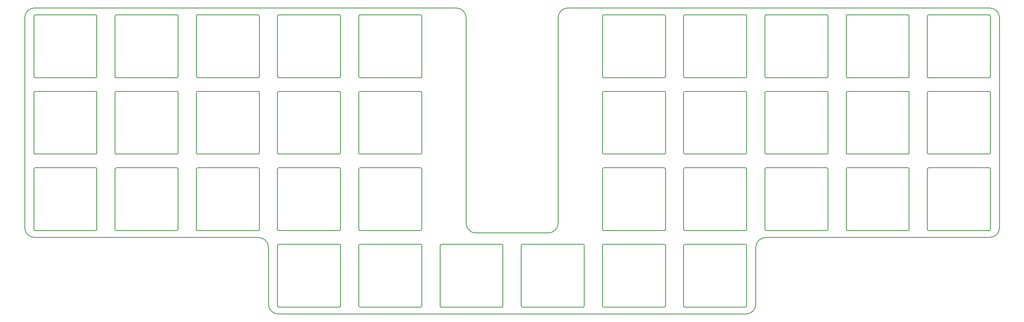
<source format=gbr>
%TF.GenerationSoftware,KiCad,Pcbnew,7.0.1*%
%TF.CreationDate,2023-03-24T14:03:17-04:00*%
%TF.ProjectId,kurp,6b757270-2e6b-4696-9361-645f70636258,v1.0.0*%
%TF.SameCoordinates,Original*%
%TF.FileFunction,Profile,NP*%
%FSLAX46Y46*%
G04 Gerber Fmt 4.6, Leading zero omitted, Abs format (unit mm)*
G04 Created by KiCad (PCBNEW 7.0.1) date 2023-03-24 14:03:17*
%MOMM*%
%LPD*%
G01*
G04 APERTURE LIST*
%TA.AperFunction,Profile*%
%ADD10C,0.150000*%
%TD*%
G04 APERTURE END LIST*
D10*
X9000000Y-6300000D02*
X9000000Y40300000D01*
X11200000Y42500000D02*
X104600000Y42500000D01*
X129400000Y42500000D02*
X222800000Y42500000D01*
X225000000Y40300000D02*
X225000000Y-6300000D01*
X222800000Y-8500000D02*
X173200000Y-8500000D01*
X171000000Y-10700000D02*
X171000000Y-23300000D01*
X168800000Y-25500000D02*
X65200000Y-25500000D01*
X63000000Y-23300000D02*
X63000000Y-10700000D01*
X60800000Y-8500000D02*
X11200000Y-8500000D01*
X106800000Y-5300000D02*
X106800000Y40300000D01*
X127200000Y40300000D02*
X127200000Y-5300000D01*
X125000000Y-7500000D02*
X109000000Y-7500000D01*
X11200000Y42500000D02*
G75*
G03*
X9000000Y40300000I0J-2200000D01*
G01*
X106800000Y40300000D02*
G75*
G03*
X104600000Y42500000I-2200000J0D01*
G01*
X106800000Y-5300000D02*
G75*
G03*
X109000000Y-7500000I2200000J0D01*
G01*
X125000000Y-7500000D02*
G75*
G03*
X127200000Y-5300000I0J2200000D01*
G01*
X129400000Y42500000D02*
G75*
G03*
X127200000Y40300000I0J-2200000D01*
G01*
X225000000Y40300000D02*
G75*
G03*
X222800000Y42500000I-2200000J0D01*
G01*
X222800000Y-8500000D02*
G75*
G03*
X225000000Y-6300000I0J2200000D01*
G01*
X173200000Y-8500000D02*
G75*
G03*
X171000000Y-10700000I0J-2200000D01*
G01*
X168800000Y-25500000D02*
G75*
G03*
X171000000Y-23300000I0J2200000D01*
G01*
X63000000Y-23300000D02*
G75*
G03*
X65200000Y-25500000I2200000J0D01*
G01*
X63000000Y-10700000D02*
G75*
G03*
X60800000Y-8500000I-2200000J0D01*
G01*
X9000000Y-6300000D02*
G75*
G03*
X11200000Y-8500000I2200000J0D01*
G01*
X11275000Y-6975000D02*
X24725000Y-6975000D01*
X24975000Y-6725000D02*
X24975000Y6725000D01*
X24725000Y6975000D02*
X11275000Y6975000D01*
X11025000Y6725000D02*
X11025000Y-6725000D01*
X11275000Y10025000D02*
X24725000Y10025000D01*
X24975000Y10275000D02*
X24975000Y23725000D01*
X24725000Y23975000D02*
X11275000Y23975000D01*
X11025000Y23725000D02*
X11025000Y10275000D01*
X11275000Y27025000D02*
X24725000Y27025000D01*
X24975000Y27275000D02*
X24975000Y40725000D01*
X24725000Y40975000D02*
X11275000Y40975000D01*
X11025000Y40725000D02*
X11025000Y27275000D01*
X29275000Y-6975000D02*
X42725000Y-6975000D01*
X42975000Y-6725000D02*
X42975000Y6725000D01*
X42725000Y6975000D02*
X29275000Y6975000D01*
X29025000Y6725000D02*
X29025000Y-6725000D01*
X29275000Y10025000D02*
X42725000Y10025000D01*
X42975000Y10275000D02*
X42975000Y23725000D01*
X42725000Y23975000D02*
X29275000Y23975000D01*
X29025000Y23725000D02*
X29025000Y10275000D01*
X29275000Y27025000D02*
X42725000Y27025000D01*
X42975000Y27275000D02*
X42975000Y40725000D01*
X42725000Y40975000D02*
X29275000Y40975000D01*
X29025000Y40725000D02*
X29025000Y27275000D01*
X47275000Y-6975000D02*
X60725000Y-6975000D01*
X60975000Y-6725000D02*
X60975000Y6725000D01*
X60725000Y6975000D02*
X47275000Y6975000D01*
X47025000Y6725000D02*
X47025000Y-6725000D01*
X47275000Y10025000D02*
X60725000Y10025000D01*
X60975000Y10275000D02*
X60975000Y23725000D01*
X60725000Y23975000D02*
X47275000Y23975000D01*
X47025000Y23725000D02*
X47025000Y10275000D01*
X47275000Y27025000D02*
X60725000Y27025000D01*
X60975000Y27275000D02*
X60975000Y40725000D01*
X60725000Y40975000D02*
X47275000Y40975000D01*
X47025000Y40725000D02*
X47025000Y27275000D01*
X65275000Y-6975000D02*
X78725000Y-6975000D01*
X78975000Y-6725000D02*
X78975000Y6725000D01*
X78725000Y6975000D02*
X65275000Y6975000D01*
X65025000Y6725000D02*
X65025000Y-6725000D01*
X65275000Y10025000D02*
X78725000Y10025000D01*
X78975000Y10275000D02*
X78975000Y23725000D01*
X78725000Y23975000D02*
X65275000Y23975000D01*
X65025000Y23725000D02*
X65025000Y10275000D01*
X65275000Y27025000D02*
X78725000Y27025000D01*
X78975000Y27275000D02*
X78975000Y40725000D01*
X78725000Y40975000D02*
X65275000Y40975000D01*
X65025000Y40725000D02*
X65025000Y27275000D01*
X83275000Y-6975000D02*
X96725000Y-6975000D01*
X96975000Y-6725000D02*
X96975000Y6725000D01*
X96725000Y6975000D02*
X83275000Y6975000D01*
X83025000Y6725000D02*
X83025000Y-6725000D01*
X83275000Y10025000D02*
X96725000Y10025000D01*
X96975000Y10275000D02*
X96975000Y23725000D01*
X96725000Y23975000D02*
X83275000Y23975000D01*
X83025000Y23725000D02*
X83025000Y10275000D01*
X83275000Y27025000D02*
X96725000Y27025000D01*
X96975000Y27275000D02*
X96975000Y40725000D01*
X96725000Y40975000D02*
X83275000Y40975000D01*
X83025000Y40725000D02*
X83025000Y27275000D01*
X65275000Y-23975000D02*
X78725000Y-23975000D01*
X78975000Y-23725000D02*
X78975000Y-10275000D01*
X78725000Y-10025000D02*
X65275000Y-10025000D01*
X65025000Y-10275000D02*
X65025000Y-23725000D01*
X83275000Y-23975000D02*
X96725000Y-23975000D01*
X96975000Y-23725000D02*
X96975000Y-10275000D01*
X96725000Y-10025000D02*
X83275000Y-10025000D01*
X83025000Y-10275000D02*
X83025000Y-23725000D01*
X101275000Y-23975000D02*
X114725000Y-23975000D01*
X114975000Y-23725000D02*
X114975000Y-10275000D01*
X114725000Y-10025000D02*
X101275000Y-10025000D01*
X101025000Y-10275000D02*
X101025000Y-23725000D01*
X209275000Y-6975000D02*
X222725000Y-6975000D01*
X222975000Y-6725000D02*
X222975000Y6725000D01*
X222725000Y6975000D02*
X209275000Y6975000D01*
X209025000Y6725000D02*
X209025000Y-6725000D01*
X209275000Y10025000D02*
X222725000Y10025000D01*
X222975000Y10275000D02*
X222975000Y23725000D01*
X222725000Y23975000D02*
X209275000Y23975000D01*
X209025000Y23725000D02*
X209025000Y10275000D01*
X209275000Y27025000D02*
X222725000Y27025000D01*
X222975000Y27275000D02*
X222975000Y40725000D01*
X222725000Y40975000D02*
X209275000Y40975000D01*
X209025000Y40725000D02*
X209025000Y27275000D01*
X191275000Y-6975000D02*
X204725000Y-6975000D01*
X204975000Y-6725000D02*
X204975000Y6725000D01*
X204725000Y6975000D02*
X191275000Y6975000D01*
X191025000Y6725000D02*
X191025000Y-6725000D01*
X191275000Y10025000D02*
X204725000Y10025000D01*
X204975000Y10275000D02*
X204975000Y23725000D01*
X204725000Y23975000D02*
X191275000Y23975000D01*
X191025000Y23725000D02*
X191025000Y10275000D01*
X191275000Y27025000D02*
X204725000Y27025000D01*
X204975000Y27275000D02*
X204975000Y40725000D01*
X204725000Y40975000D02*
X191275000Y40975000D01*
X191025000Y40725000D02*
X191025000Y27275000D01*
X173275000Y-6975000D02*
X186725000Y-6975000D01*
X186975000Y-6725000D02*
X186975000Y6725000D01*
X186725000Y6975000D02*
X173275000Y6975000D01*
X173025000Y6725000D02*
X173025000Y-6725000D01*
X173275000Y10025000D02*
X186725000Y10025000D01*
X186975000Y10275000D02*
X186975000Y23725000D01*
X186725000Y23975000D02*
X173275000Y23975000D01*
X173025000Y23725000D02*
X173025000Y10275000D01*
X173275000Y27025000D02*
X186725000Y27025000D01*
X186975000Y27275000D02*
X186975000Y40725000D01*
X186725000Y40975000D02*
X173275000Y40975000D01*
X173025000Y40725000D02*
X173025000Y27275000D01*
X155275000Y-6975000D02*
X168725000Y-6975000D01*
X168975000Y-6725000D02*
X168975000Y6725000D01*
X168725000Y6975000D02*
X155275000Y6975000D01*
X155025000Y6725000D02*
X155025000Y-6725000D01*
X155275000Y10025000D02*
X168725000Y10025000D01*
X168975000Y10275000D02*
X168975000Y23725000D01*
X168725000Y23975000D02*
X155275000Y23975000D01*
X155025000Y23725000D02*
X155025000Y10275000D01*
X155275000Y27025000D02*
X168725000Y27025000D01*
X168975000Y27275000D02*
X168975000Y40725000D01*
X168725000Y40975000D02*
X155275000Y40975000D01*
X155025000Y40725000D02*
X155025000Y27275000D01*
X137275000Y-6975000D02*
X150725000Y-6975000D01*
X150975000Y-6725000D02*
X150975000Y6725000D01*
X150725000Y6975000D02*
X137275000Y6975000D01*
X137025000Y6725000D02*
X137025000Y-6725000D01*
X137275000Y10025000D02*
X150725000Y10025000D01*
X150975000Y10275000D02*
X150975000Y23725000D01*
X150725000Y23975000D02*
X137275000Y23975000D01*
X137025000Y23725000D02*
X137025000Y10275000D01*
X137275000Y27025000D02*
X150725000Y27025000D01*
X150975000Y27275000D02*
X150975000Y40725000D01*
X150725000Y40975000D02*
X137275000Y40975000D01*
X137025000Y40725000D02*
X137025000Y27275000D01*
X155275000Y-23975000D02*
X168725000Y-23975000D01*
X168975000Y-23725000D02*
X168975000Y-10275000D01*
X168725000Y-10025000D02*
X155275000Y-10025000D01*
X155025000Y-10275000D02*
X155025000Y-23725000D01*
X137275000Y-23975000D02*
X150725000Y-23975000D01*
X150975000Y-23725000D02*
X150975000Y-10275000D01*
X150725000Y-10025000D02*
X137275000Y-10025000D01*
X137025000Y-10275000D02*
X137025000Y-23725000D01*
X119275000Y-23975000D02*
X132725000Y-23975000D01*
X132975000Y-23725000D02*
X132975000Y-10275000D01*
X132725000Y-10025000D02*
X119275000Y-10025000D01*
X119025000Y-10275000D02*
X119025000Y-23725000D01*
X78725000Y-6975000D02*
G75*
G03*
X78975000Y-6725000I0J250000D01*
G01*
X78975000Y6725000D02*
G75*
G03*
X78725000Y6975000I-250000J0D01*
G01*
X65275000Y6975000D02*
G75*
G03*
X65025000Y6725000I0J-250000D01*
G01*
X65025000Y-6725000D02*
G75*
G03*
X65275000Y-6975000I250000J0D01*
G01*
X78725000Y10025000D02*
G75*
G03*
X78975000Y10275000I0J250000D01*
G01*
X78975000Y23725000D02*
G75*
G03*
X78725000Y23975000I-250000J0D01*
G01*
X65275000Y23975000D02*
G75*
G03*
X65025000Y23725000I0J-250000D01*
G01*
X65025000Y10275000D02*
G75*
G03*
X65275000Y10025000I250000J0D01*
G01*
X96725000Y-6975000D02*
G75*
G03*
X96975000Y-6725000I0J250000D01*
G01*
X96975000Y6725000D02*
G75*
G03*
X96725000Y6975000I-250000J0D01*
G01*
X83275000Y6975000D02*
G75*
G03*
X83025000Y6725000I0J-250000D01*
G01*
X83025000Y-6725000D02*
G75*
G03*
X83275000Y-6975000I250000J0D01*
G01*
X96725000Y10025000D02*
G75*
G03*
X96975000Y10275000I0J250000D01*
G01*
X96975000Y23725000D02*
G75*
G03*
X96725000Y23975000I-250000J0D01*
G01*
X83275000Y23975000D02*
G75*
G03*
X83025000Y23725000I0J-250000D01*
G01*
X83025000Y10275000D02*
G75*
G03*
X83275000Y10025000I250000J0D01*
G01*
X78725000Y-23975000D02*
G75*
G03*
X78975000Y-23725000I0J250000D01*
G01*
X78975000Y-10275000D02*
G75*
G03*
X78725000Y-10025000I-250000J0D01*
G01*
X65275000Y-10025000D02*
G75*
G03*
X65025000Y-10275000I0J-250000D01*
G01*
X65025000Y-23725000D02*
G75*
G03*
X65275000Y-23975000I250000J0D01*
G01*
X96725000Y-23975000D02*
G75*
G03*
X96975000Y-23725000I0J250000D01*
G01*
X96975000Y-10275000D02*
G75*
G03*
X96725000Y-10025000I-250000J0D01*
G01*
X83275000Y-10025000D02*
G75*
G03*
X83025000Y-10275000I0J-250000D01*
G01*
X83025000Y-23725000D02*
G75*
G03*
X83275000Y-23975000I250000J0D01*
G01*
X114725000Y-23975000D02*
G75*
G03*
X114975000Y-23725000I0J250000D01*
G01*
X114975000Y-10275000D02*
G75*
G03*
X114725000Y-10025000I-250000J0D01*
G01*
X101275000Y-10025000D02*
G75*
G03*
X101025000Y-10275000I0J-250000D01*
G01*
X101025000Y-23725000D02*
G75*
G03*
X101275000Y-23975000I250000J0D01*
G01*
X24725000Y10025000D02*
G75*
G03*
X24975000Y10275000I0J250000D01*
G01*
X24975000Y23725000D02*
G75*
G03*
X24725000Y23975000I-250000J0D01*
G01*
X11275000Y23975000D02*
G75*
G03*
X11025000Y23725000I0J-250000D01*
G01*
X11025000Y10275000D02*
G75*
G03*
X11275000Y10025000I250000J0D01*
G01*
X24725000Y-6975000D02*
G75*
G03*
X24975000Y-6725000I0J250000D01*
G01*
X24975000Y6725000D02*
G75*
G03*
X24725000Y6975000I-250000J0D01*
G01*
X11275000Y6975000D02*
G75*
G03*
X11025000Y6725000I0J-250000D01*
G01*
X11025000Y-6725000D02*
G75*
G03*
X11275000Y-6975000I250000J0D01*
G01*
X24725000Y27025000D02*
G75*
G03*
X24975000Y27275000I0J250000D01*
G01*
X24975000Y40725000D02*
G75*
G03*
X24725000Y40975000I-250000J0D01*
G01*
X11275000Y40975000D02*
G75*
G03*
X11025000Y40725000I0J-250000D01*
G01*
X11025000Y27275000D02*
G75*
G03*
X11275000Y27025000I250000J0D01*
G01*
X42725000Y-6975000D02*
G75*
G03*
X42975000Y-6725000I0J250000D01*
G01*
X42975000Y6725000D02*
G75*
G03*
X42725000Y6975000I-250000J0D01*
G01*
X29275000Y6975000D02*
G75*
G03*
X29025000Y6725000I0J-250000D01*
G01*
X29025000Y-6725000D02*
G75*
G03*
X29275000Y-6975000I250000J0D01*
G01*
X42725000Y10025000D02*
G75*
G03*
X42975000Y10275000I0J250000D01*
G01*
X42975000Y23725000D02*
G75*
G03*
X42725000Y23975000I-250000J0D01*
G01*
X29275000Y23975000D02*
G75*
G03*
X29025000Y23725000I0J-250000D01*
G01*
X29025000Y10275000D02*
G75*
G03*
X29275000Y10025000I250000J0D01*
G01*
X60725000Y-6975000D02*
G75*
G03*
X60975000Y-6725000I0J250000D01*
G01*
X60975000Y6725000D02*
G75*
G03*
X60725000Y6975000I-250000J0D01*
G01*
X47275000Y6975000D02*
G75*
G03*
X47025000Y6725000I0J-250000D01*
G01*
X47025000Y-6725000D02*
G75*
G03*
X47275000Y-6975000I250000J0D01*
G01*
X60725000Y10025000D02*
G75*
G03*
X60975000Y10275000I0J250000D01*
G01*
X60975000Y23725000D02*
G75*
G03*
X60725000Y23975000I-250000J0D01*
G01*
X47275000Y23975000D02*
G75*
G03*
X47025000Y23725000I0J-250000D01*
G01*
X47025000Y10275000D02*
G75*
G03*
X47275000Y10025000I250000J0D01*
G01*
X78725000Y27025000D02*
G75*
G03*
X78975000Y27275000I0J250000D01*
G01*
X78975000Y40725000D02*
G75*
G03*
X78725000Y40975000I-250000J0D01*
G01*
X65275000Y40975000D02*
G75*
G03*
X65025000Y40725000I0J-250000D01*
G01*
X65025000Y27275000D02*
G75*
G03*
X65275000Y27025000I250000J0D01*
G01*
X96725000Y27025000D02*
G75*
G03*
X96975000Y27275000I0J250000D01*
G01*
X96975000Y40725000D02*
G75*
G03*
X96725000Y40975000I-250000J0D01*
G01*
X83275000Y40975000D02*
G75*
G03*
X83025000Y40725000I0J-250000D01*
G01*
X83025000Y27275000D02*
G75*
G03*
X83275000Y27025000I250000J0D01*
G01*
X42725000Y27025000D02*
G75*
G03*
X42975000Y27275000I0J250000D01*
G01*
X42975000Y40725000D02*
G75*
G03*
X42725000Y40975000I-250000J0D01*
G01*
X29275000Y40975000D02*
G75*
G03*
X29025000Y40725000I0J-250000D01*
G01*
X29025000Y27275000D02*
G75*
G03*
X29275000Y27025000I250000J0D01*
G01*
X60725000Y27025000D02*
G75*
G03*
X60975000Y27275000I0J250000D01*
G01*
X60975000Y40725000D02*
G75*
G03*
X60725000Y40975000I-250000J0D01*
G01*
X47275000Y40975000D02*
G75*
G03*
X47025000Y40725000I0J-250000D01*
G01*
X47025000Y27275000D02*
G75*
G03*
X47275000Y27025000I250000J0D01*
G01*
X222725000Y-6975000D02*
G75*
G03*
X222975000Y-6725000I0J250000D01*
G01*
X222975000Y6725000D02*
G75*
G03*
X222725000Y6975000I-250000J0D01*
G01*
X209275000Y6975000D02*
G75*
G03*
X209025000Y6725000I0J-250000D01*
G01*
X209025000Y-6725000D02*
G75*
G03*
X209275000Y-6975000I250000J0D01*
G01*
X222725000Y10025000D02*
G75*
G03*
X222975000Y10275000I0J250000D01*
G01*
X222975000Y23725000D02*
G75*
G03*
X222725000Y23975000I-250000J0D01*
G01*
X209275000Y23975000D02*
G75*
G03*
X209025000Y23725000I0J-250000D01*
G01*
X209025000Y10275000D02*
G75*
G03*
X209275000Y10025000I250000J0D01*
G01*
X204725000Y-6975000D02*
G75*
G03*
X204975000Y-6725000I0J250000D01*
G01*
X204975000Y6725000D02*
G75*
G03*
X204725000Y6975000I-250000J0D01*
G01*
X191275000Y6975000D02*
G75*
G03*
X191025000Y6725000I0J-250000D01*
G01*
X191025000Y-6725000D02*
G75*
G03*
X191275000Y-6975000I250000J0D01*
G01*
X204725000Y10025000D02*
G75*
G03*
X204975000Y10275000I0J250000D01*
G01*
X204975000Y23725000D02*
G75*
G03*
X204725000Y23975000I-250000J0D01*
G01*
X191275000Y23975000D02*
G75*
G03*
X191025000Y23725000I0J-250000D01*
G01*
X191025000Y10275000D02*
G75*
G03*
X191275000Y10025000I250000J0D01*
G01*
X186725000Y-6975000D02*
G75*
G03*
X186975000Y-6725000I0J250000D01*
G01*
X186975000Y6725000D02*
G75*
G03*
X186725000Y6975000I-250000J0D01*
G01*
X173275000Y6975000D02*
G75*
G03*
X173025000Y6725000I0J-250000D01*
G01*
X173025000Y-6725000D02*
G75*
G03*
X173275000Y-6975000I250000J0D01*
G01*
X186725000Y10025000D02*
G75*
G03*
X186975000Y10275000I0J250000D01*
G01*
X186975000Y23725000D02*
G75*
G03*
X186725000Y23975000I-250000J0D01*
G01*
X173275000Y23975000D02*
G75*
G03*
X173025000Y23725000I0J-250000D01*
G01*
X173025000Y10275000D02*
G75*
G03*
X173275000Y10025000I250000J0D01*
G01*
X168725000Y-6975000D02*
G75*
G03*
X168975000Y-6725000I0J250000D01*
G01*
X168975000Y6725000D02*
G75*
G03*
X168725000Y6975000I-250000J0D01*
G01*
X155275000Y6975000D02*
G75*
G03*
X155025000Y6725000I0J-250000D01*
G01*
X155025000Y-6725000D02*
G75*
G03*
X155275000Y-6975000I250000J0D01*
G01*
X168725000Y10025000D02*
G75*
G03*
X168975000Y10275000I0J250000D01*
G01*
X168975000Y23725000D02*
G75*
G03*
X168725000Y23975000I-250000J0D01*
G01*
X155275000Y23975000D02*
G75*
G03*
X155025000Y23725000I0J-250000D01*
G01*
X155025000Y10275000D02*
G75*
G03*
X155275000Y10025000I250000J0D01*
G01*
X150725000Y-6975000D02*
G75*
G03*
X150975000Y-6725000I0J250000D01*
G01*
X150975000Y6725000D02*
G75*
G03*
X150725000Y6975000I-250000J0D01*
G01*
X137275000Y6975000D02*
G75*
G03*
X137025000Y6725000I0J-250000D01*
G01*
X137025000Y-6725000D02*
G75*
G03*
X137275000Y-6975000I250000J0D01*
G01*
X150725000Y10025000D02*
G75*
G03*
X150975000Y10275000I0J250000D01*
G01*
X150975000Y23725000D02*
G75*
G03*
X150725000Y23975000I-250000J0D01*
G01*
X137275000Y23975000D02*
G75*
G03*
X137025000Y23725000I0J-250000D01*
G01*
X137025000Y10275000D02*
G75*
G03*
X137275000Y10025000I250000J0D01*
G01*
X168725000Y-23975000D02*
G75*
G03*
X168975000Y-23725000I0J250000D01*
G01*
X168975000Y-10275000D02*
G75*
G03*
X168725000Y-10025000I-250000J0D01*
G01*
X155275000Y-10025000D02*
G75*
G03*
X155025000Y-10275000I0J-250000D01*
G01*
X155025000Y-23725000D02*
G75*
G03*
X155275000Y-23975000I250000J0D01*
G01*
X150725000Y-23975000D02*
G75*
G03*
X150975000Y-23725000I0J250000D01*
G01*
X150975000Y-10275000D02*
G75*
G03*
X150725000Y-10025000I-250000J0D01*
G01*
X137275000Y-10025000D02*
G75*
G03*
X137025000Y-10275000I0J-250000D01*
G01*
X137025000Y-23725000D02*
G75*
G03*
X137275000Y-23975000I250000J0D01*
G01*
X132725000Y-23975000D02*
G75*
G03*
X132975000Y-23725000I0J250000D01*
G01*
X132975000Y-10275000D02*
G75*
G03*
X132725000Y-10025000I-250000J0D01*
G01*
X119275000Y-10025000D02*
G75*
G03*
X119025000Y-10275000I0J-250000D01*
G01*
X119025000Y-23725000D02*
G75*
G03*
X119275000Y-23975000I250000J0D01*
G01*
X222725000Y27025000D02*
G75*
G03*
X222975000Y27275000I0J250000D01*
G01*
X222975000Y40725000D02*
G75*
G03*
X222725000Y40975000I-250000J0D01*
G01*
X209275000Y40975000D02*
G75*
G03*
X209025000Y40725000I0J-250000D01*
G01*
X209025000Y27275000D02*
G75*
G03*
X209275000Y27025000I250000J0D01*
G01*
X204725000Y27025000D02*
G75*
G03*
X204975000Y27275000I0J250000D01*
G01*
X204975000Y40725000D02*
G75*
G03*
X204725000Y40975000I-250000J0D01*
G01*
X191275000Y40975000D02*
G75*
G03*
X191025000Y40725000I0J-250000D01*
G01*
X191025000Y27275000D02*
G75*
G03*
X191275000Y27025000I250000J0D01*
G01*
X186725000Y27025000D02*
G75*
G03*
X186975000Y27275000I0J250000D01*
G01*
X186975000Y40725000D02*
G75*
G03*
X186725000Y40975000I-250000J0D01*
G01*
X173275000Y40975000D02*
G75*
G03*
X173025000Y40725000I0J-250000D01*
G01*
X173025000Y27275000D02*
G75*
G03*
X173275000Y27025000I250000J0D01*
G01*
X168725000Y27025000D02*
G75*
G03*
X168975000Y27275000I0J250000D01*
G01*
X168975000Y40725000D02*
G75*
G03*
X168725000Y40975000I-250000J0D01*
G01*
X155275000Y40975000D02*
G75*
G03*
X155025000Y40725000I0J-250000D01*
G01*
X155025000Y27275000D02*
G75*
G03*
X155275000Y27025000I250000J0D01*
G01*
X150725000Y27025000D02*
G75*
G03*
X150975000Y27275000I0J250000D01*
G01*
X150975000Y40725000D02*
G75*
G03*
X150725000Y40975000I-250000J0D01*
G01*
X137275000Y40975000D02*
G75*
G03*
X137025000Y40725000I0J-250000D01*
G01*
X137025000Y27275000D02*
G75*
G03*
X137275000Y27025000I250000J0D01*
G01*
M02*

</source>
